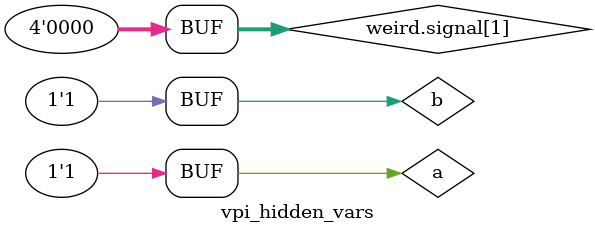
<source format=sv>

module vpi_hidden_vars;
  reg _underscore_name;
  reg a, b;
  reg [3:0] \weird.signal[1] ;
  reg [3:0] \weird.signal[2] ;

  always begin
    a <= 1'b0;
    b <= 1'b0;
    #10;
    a <= 1'b1;
    b <= 1'b1;
    #10;
    \weird.signal[1] <= 4'h0;
  end
endmodule

</source>
